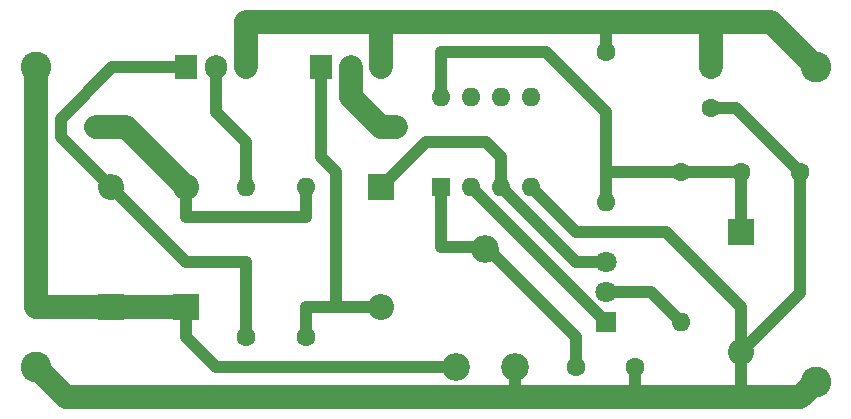
<source format=gbr>
G04 #@! TF.GenerationSoftware,KiCad,Pcbnew,5.1.5-1.fc31*
G04 #@! TF.CreationDate,2020-01-18T20:22:23+01:00*
G04 #@! TF.ProjectId,nabijecka,6e616269-6a65-4636-9b61-2e6b69636164,rev?*
G04 #@! TF.SameCoordinates,Original*
G04 #@! TF.FileFunction,Copper,L1,Top*
G04 #@! TF.FilePolarity,Positive*
%FSLAX46Y46*%
G04 Gerber Fmt 4.6, Leading zero omitted, Abs format (unit mm)*
G04 Created by KiCad (PCBNEW 5.1.5-1.fc31) date 2020-01-18 20:22:23*
%MOMM*%
%LPD*%
G04 APERTURE LIST*
%ADD10O,1.600000X1.600000*%
%ADD11C,1.600000*%
%ADD12O,1.905000X2.000000*%
%ADD13R,1.905000X2.000000*%
%ADD14R,1.600000X1.600000*%
%ADD15R,1.800000X1.800000*%
%ADD16C,1.800000*%
%ADD17O,2.200000X2.200000*%
%ADD18R,2.200000X2.200000*%
%ADD19C,2.600000*%
%ADD20C,2.340000*%
%ADD21C,2.000000*%
%ADD22C,1.000000*%
G04 APERTURE END LIST*
D10*
X123190000Y-81280000D03*
D11*
X123190000Y-93980000D03*
D12*
X129540000Y-71120000D03*
X127000000Y-71120000D03*
D13*
X124460000Y-71120000D03*
D12*
X118110000Y-71120000D03*
X115570000Y-71120000D03*
D13*
X113030000Y-71120000D03*
D14*
X157480000Y-71120000D03*
D11*
X157480000Y-74620000D03*
X165020000Y-80010000D03*
X160020000Y-80010000D03*
X146050000Y-96520000D03*
X151050000Y-96520000D03*
D15*
X148590000Y-92710000D03*
D16*
X148590000Y-90170000D03*
X148590000Y-87630000D03*
D17*
X129540000Y-91440000D03*
D18*
X129540000Y-81280000D03*
X106680000Y-91440000D03*
D17*
X106680000Y-81280000D03*
X113030000Y-81280000D03*
D18*
X113030000Y-91440000D03*
X160020000Y-85090000D03*
D17*
X160020000Y-95250000D03*
D19*
X166370000Y-71120000D03*
X166370000Y-97790000D03*
X100330000Y-71120000D03*
X100330000Y-96520000D03*
D11*
X154940000Y-80010000D03*
D10*
X154940000Y-92710000D03*
D11*
X118110000Y-93980000D03*
D10*
X118110000Y-81280000D03*
D11*
X105410000Y-76200000D03*
D10*
X130810000Y-76200000D03*
X148590000Y-82550000D03*
D11*
X148590000Y-69850000D03*
D20*
X140890000Y-96520000D03*
X138390000Y-86520000D03*
X135890000Y-96520000D03*
D14*
X134620000Y-81280000D03*
D10*
X142240000Y-73660000D03*
X137160000Y-81280000D03*
X139700000Y-73660000D03*
X139700000Y-81280000D03*
X137160000Y-73660000D03*
X142240000Y-81280000D03*
X134620000Y-73660000D03*
D21*
X162560000Y-67310000D02*
X166370000Y-71120000D01*
X118110000Y-71120000D02*
X118110000Y-67310000D01*
X157480000Y-68320000D02*
X157480000Y-67310000D01*
X157480000Y-71120000D02*
X157480000Y-68320000D01*
X157480000Y-67310000D02*
X162560000Y-67310000D01*
X129540000Y-68120000D02*
X129540000Y-67310000D01*
X129540000Y-71120000D02*
X129540000Y-68120000D01*
X118110000Y-67310000D02*
X129540000Y-67310000D01*
X129540000Y-67310000D02*
X148590000Y-67310000D01*
X148590000Y-67310000D02*
X157480000Y-67310000D01*
D22*
X148590000Y-69850000D02*
X148590000Y-67310000D01*
D21*
X165070001Y-99089999D02*
X166370000Y-97790000D01*
X100330000Y-96520000D02*
X102899999Y-99089999D01*
D22*
X135930000Y-99020000D02*
X135890000Y-99060000D01*
D21*
X102899999Y-99060000D02*
X135890000Y-99060000D01*
D22*
X159630000Y-74620000D02*
X165020000Y-80010000D01*
X157480000Y-74620000D02*
X159630000Y-74620000D01*
X165020000Y-90250000D02*
X160020000Y-95250000D01*
X165020000Y-80010000D02*
X165020000Y-90250000D01*
X160020000Y-95250000D02*
X160020000Y-99060000D01*
D21*
X160020000Y-99060000D02*
X165070001Y-99060000D01*
D22*
X151050000Y-98980000D02*
X151130000Y-99060000D01*
X151050000Y-96520000D02*
X151050000Y-98980000D01*
D21*
X146050000Y-99060000D02*
X151130000Y-99060000D01*
X151130000Y-99060000D02*
X160020000Y-99060000D01*
D22*
X142240000Y-81280000D02*
X146050000Y-85090000D01*
X146050000Y-85090000D02*
X153670000Y-85090000D01*
X160020000Y-91440000D02*
X160020000Y-95250000D01*
X153670000Y-85090000D02*
X160020000Y-91440000D01*
X140890000Y-98980000D02*
X140970000Y-99060000D01*
X140890000Y-96520000D02*
X140890000Y-98980000D01*
D21*
X135890000Y-99060000D02*
X140970000Y-99060000D01*
X140970000Y-99060000D02*
X146050000Y-99060000D01*
D22*
X138430000Y-86360000D02*
X134620000Y-86360000D01*
X134620000Y-86360000D02*
X134620000Y-81280000D01*
X146050000Y-93980000D02*
X146050000Y-95250000D01*
X138430000Y-86360000D02*
X146050000Y-93980000D01*
X146050000Y-95250000D02*
X146050000Y-96520000D01*
X148590000Y-92710000D02*
X137160000Y-81280000D01*
X152400000Y-90170000D02*
X154940000Y-92710000D01*
X148590000Y-90170000D02*
X152400000Y-90170000D01*
X139700000Y-78740000D02*
X139700000Y-81280000D01*
X138430000Y-77470000D02*
X139700000Y-78740000D01*
X129540000Y-81280000D02*
X133350000Y-77470000D01*
X133350000Y-77470000D02*
X138430000Y-77470000D01*
X146050000Y-87630000D02*
X139700000Y-81280000D01*
X148590000Y-87630000D02*
X146050000Y-87630000D01*
X123190000Y-93980000D02*
X123190000Y-91440000D01*
X124460000Y-71120000D02*
X124460000Y-77470000D01*
X123190000Y-91440000D02*
X129540000Y-91440000D01*
X124460000Y-77470000D02*
X124460000Y-78740000D01*
X124460000Y-78740000D02*
X125730000Y-80010000D01*
X125730000Y-80010000D02*
X125730000Y-91440000D01*
D21*
X100330000Y-91440000D02*
X113030000Y-91440000D01*
D22*
X113030000Y-91440000D02*
X106680000Y-91440000D01*
X113030000Y-93980000D02*
X113030000Y-91440000D01*
X135890000Y-96520000D02*
X115570000Y-96520000D01*
X115570000Y-96520000D02*
X113030000Y-93980000D01*
D21*
X100330000Y-71120000D02*
X100330000Y-91440000D01*
D22*
X106680000Y-81280000D02*
X113030000Y-87630000D01*
X113030000Y-87630000D02*
X118110000Y-87630000D01*
X118110000Y-87630000D02*
X118110000Y-93980000D01*
X105580001Y-80180001D02*
X106680000Y-81280000D01*
X102439990Y-77039990D02*
X105580001Y-80180001D01*
X102439990Y-75495833D02*
X102439990Y-77039990D01*
X106815823Y-71120000D02*
X102439990Y-75495833D01*
X113030000Y-71120000D02*
X106815823Y-71120000D01*
X113030000Y-81280000D02*
X113030000Y-83820000D01*
X113030000Y-83820000D02*
X123190000Y-83820000D01*
X123190000Y-83820000D02*
X123190000Y-81280000D01*
D21*
X107950000Y-76200000D02*
X113030000Y-81280000D01*
X105410000Y-76200000D02*
X107950000Y-76200000D01*
D22*
X118110000Y-81280000D02*
X118110000Y-77470000D01*
X115570000Y-74930000D02*
X115570000Y-71120000D01*
X118110000Y-77470000D02*
X115570000Y-74930000D01*
D21*
X127000000Y-73660000D02*
X127000000Y-71120000D01*
X129540000Y-76200000D02*
X127000000Y-73660000D01*
X130810000Y-76200000D02*
X129540000Y-76200000D01*
D22*
X160020000Y-85090000D02*
X160020000Y-80010000D01*
X160020000Y-80010000D02*
X154940000Y-80010000D01*
X154940000Y-80010000D02*
X152400000Y-80010000D01*
X134620000Y-73660000D02*
X134620000Y-69850000D01*
X134620000Y-69850000D02*
X143510000Y-69850000D01*
X143510000Y-69850000D02*
X148590000Y-74930000D01*
X152400000Y-80010000D02*
X148590000Y-80010000D01*
X148590000Y-74930000D02*
X148590000Y-80010000D01*
X148590000Y-82550000D02*
X148590000Y-80010000D01*
M02*

</source>
